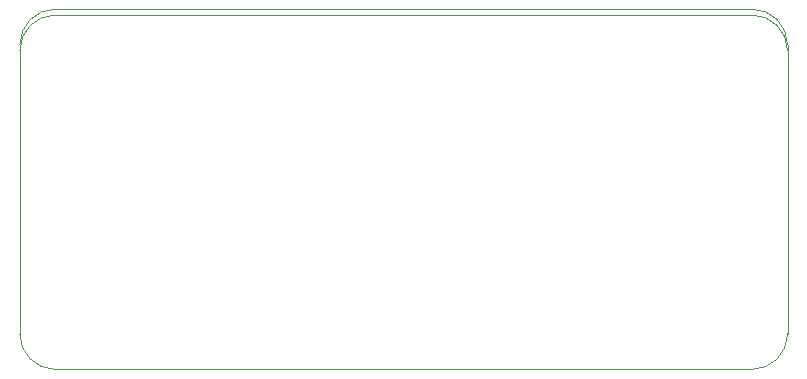
<source format=gbr>
G04 #@! TF.GenerationSoftware,KiCad,Pcbnew,8.0.0*
G04 #@! TF.CreationDate,2024-03-06T16:50:22+00:00*
G04 #@! TF.ProjectId,cyclops,6379636c-6f70-4732-9e6b-696361645f70,rev?*
G04 #@! TF.SameCoordinates,Original*
G04 #@! TF.FileFunction,Profile,NP*
%FSLAX46Y46*%
G04 Gerber Fmt 4.6, Leading zero omitted, Abs format (unit mm)*
G04 Created by KiCad (PCBNEW 8.0.0) date 2024-03-06 16:50:22*
%MOMM*%
%LPD*%
G01*
G04 APERTURE LIST*
G04 #@! TA.AperFunction,Profile*
%ADD10C,0.100000*%
G04 #@! TD*
G04 APERTURE END LIST*
D10*
X171867000Y-68875001D02*
G75*
G02*
X174867000Y-71875001I0J-3000000D01*
G01*
X109867000Y-71875001D02*
G75*
G02*
X112867000Y-68875001I3000000J0D01*
G01*
X112867000Y-99375001D02*
G75*
G02*
X109867000Y-96375001I0J3000000D01*
G01*
X174867000Y-96375001D02*
G75*
G02*
X171867000Y-99375001I-3000000J0D01*
G01*
X171867000Y-69375001D02*
G75*
G02*
X174867000Y-72375001I0J-3000000D01*
G01*
X112867000Y-69375001D02*
X171867000Y-69375001D01*
X109867000Y-72375001D02*
G75*
G02*
X112867000Y-69375001I3000000J0D01*
G01*
X112867000Y-68875001D02*
X171867000Y-68875001D01*
X112867000Y-99375001D02*
X171867000Y-99375001D01*
X174867000Y-71875001D02*
X174867000Y-96375001D01*
X109867000Y-71875001D02*
X109867000Y-96375001D01*
M02*

</source>
